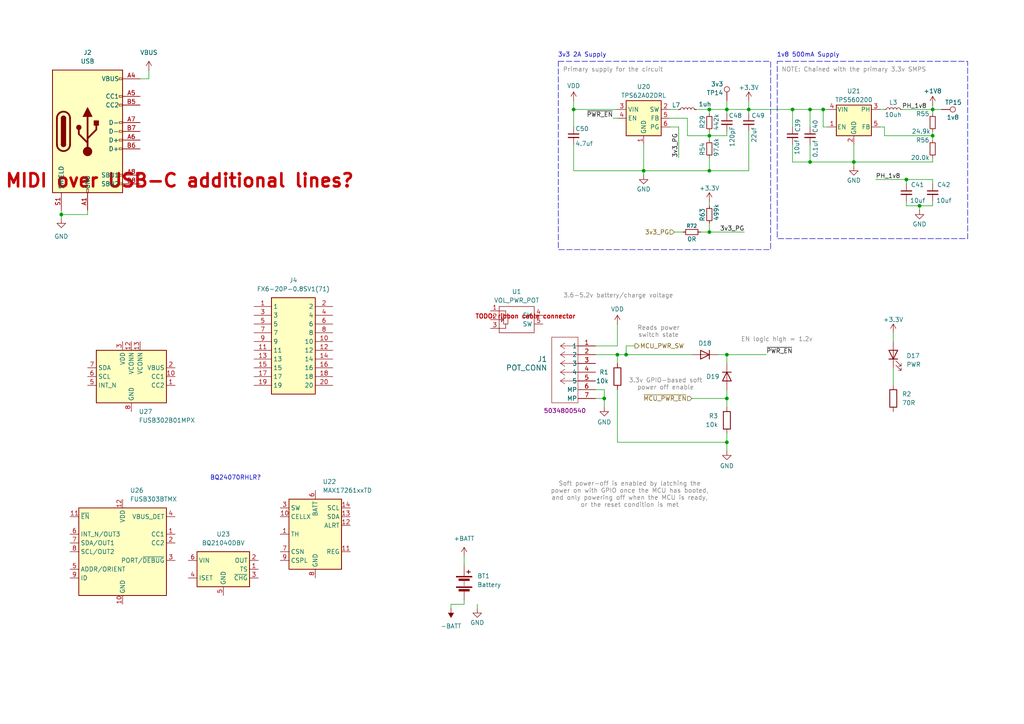
<source format=kicad_sch>
(kicad_sch (version 20250114) (generator "eeschema") (generator_version "9.0")
  (paper "A4")
  (lib_symbols
    (symbol "Battery_Management:BQ21040DBV"
      (property "Reference" "U" (at -7.62 6.35 0))
      (property "Value" "BQ21040DBV" (at 1.27 6.35 0))
      (symbol "BQ21040DBV_0_1"
        (rectangle (start -7.62 5.08) (end 7.62 -5.08) (stroke (width 0.254)) (fill (type background)))
      )
      (symbol "BQ21040DBV_1_1"
        (pin power_in line (at -10.16 2.54 0) (length 2.54) (name "VIN") (number "6"))
        (pin input line (at -10.16 -2.54 0) (length 2.54) (name "ISET") (number "4"))
        (pin power_in line (at 0 -7.62 90) (length 2.54) (name "GND") (number "5"))
        (pin power_out line (at 10.16 2.54 180) (length 2.54) (name "OUT") (number "2"))
        (pin input line (at 10.16 0 180) (length 2.54) (name "TS") (number "1"))
        (pin open_collector line (at 10.16 -2.54 180) (length 2.54) (name "~{CHG}") (number "3"))
      )
    )
    (symbol "Battery_Management:MAX17261xxTD"
      (property "Reference" "U" (at -6.985 11.43 0))
      (property "Value" "MAX17261xxTD" (at 8.255 11.43 0))
      (symbol "MAX17261xxTD_0_1"
        (rectangle (start -7.62 10.16) (end 7.62 -10.16) (stroke (width 0.254)) (fill (type background)))
      )
      (symbol "MAX17261xxTD_1_1"
        (pin output line (at -10.16 7.62 0) (length 2.54) (name "SW") (number "3"))
        (pin input line (at -10.16 5.08 0) (length 2.54) (name "CELLX") (number "10"))
        (pin passive line (at -10.16 0 0) (length 2.54) (name "TH") (number "1"))
        (pin passive line (at -10.16 -5.08 0) (length 2.54) (name "CSN") (number "7"))
        (pin passive line (at -10.16 -7.62 0) (length 2.54) (name "CSPL") (number "9"))
        (pin no_connect line (at -2.54 -10.16 90) (length 2.54) (hide yes) (name "NC") (number "4"))
        (pin power_in line (at 0 12.7 270) (length 2.54) (name "BATT") (number "6"))
        (pin passive line (at 0 -12.7 90) (length 2.54) (hide yes) (name "GND") (number "15"))
        (pin power_in line (at 0 -12.7 90) (length 2.54) (name "GND") (number "8"))
        (pin no_connect line (at 2.54 -10.16 90) (length 2.54) (hide yes) (name "NC") (number "2"))
        (pin no_connect line (at 5.08 -10.16 90) (length 2.54) (hide yes) (name "NC") (number "5"))
        (pin input line (at 10.16 7.62 180) (length 2.54) (name "SCL") (number "14"))
        (pin bidirectional line (at 10.16 5.08 180) (length 2.54) (name "SDA") (number "13"))
        (pin open_collector line (at 10.16 2.54 180) (length 2.54) (name "ALRT") (number "12"))
        (pin power_out line (at 10.16 -5.08 180) (length 2.54) (name "REG") (number "11"))
      )
    )
    (symbol "Connector:TestPoint" (pin_numbers (hide yes)) (pin_names (offset 0.762) (hide yes))
      (property "Reference" "TP" (at 0 6.858 0))
      (property "Value" "TestPoint" (at 0 5.08 0))
      (symbol "TestPoint_0_1"
        (circle (center 0 3.302) (radius 0.762))
      )
      (symbol "TestPoint_1_1"
        (pin passive line (at 0 0 90) (length 2.54) (name "1") (number "1"))
      )
    )
    (symbol "Connector:USB_C_Receptacle_USB2.0_16P" (pin_names (offset 1.016))
      (property "Reference" "J" (at 0 22.225 0))
      (property "Value" "USB_C_Receptacle_USB2.0_16P" (at 0 19.685 0))
      (symbol "USB_C_Receptacle_USB2.0_16P_0_0"
        (rectangle (start -0.254 -17.78) (end 0.254 -16.764))
        (rectangle (start 10.16 15.494) (end 9.144 14.986))
        (rectangle (start 10.16 10.414) (end 9.144 9.906))
        (rectangle (start 10.16 7.874) (end 9.144 7.366))
        (rectangle (start 10.16 2.794) (end 9.144 2.286))
        (rectangle (start 10.16 0.254) (end 9.144 -0.254))
        (rectangle (start 10.16 -2.286) (end 9.144 -2.794))
        (rectangle (start 10.16 -4.826) (end 9.144 -5.334))
        (rectangle (start 10.16 -12.446) (end 9.144 -12.954))
        (rectangle (start 10.16 -14.986) (end 9.144 -15.494))
      )
      (symbol "USB_C_Receptacle_USB2.0_16P_0_1"
        (rectangle (start -10.16 17.78) (end 10.16 -17.78) (stroke (width 0.254)) (fill (type background)))
        (polyline (pts (xy -8.89 -3.81) (xy -8.89 3.81)) (stroke (width 0.508)))
        (rectangle (start -7.62 -3.81) (end -6.35 3.81) (stroke (width 0.254)) (fill (type outline)))
        (arc (start -7.62 3.81) (mid -6.985 4.4423) (end -6.35 3.81) (stroke (width 0.254)))
        (arc (start -7.62 3.81) (mid -6.985 4.4423) (end -6.35 3.81) (stroke (width 0.254)) (fill (type outline)))
        (arc (start -8.89 3.81) (mid -6.985 5.7067) (end -5.08 3.81) (stroke (width 0.508)))
        (arc (start -5.08 -3.81) (mid -6.985 -5.7067) (end -8.89 -3.81) (stroke (width 0.508)))
        (arc (start -6.35 -3.81) (mid -6.985 -4.4423) (end -7.62 -3.81) (stroke (width 0.254)))
        (arc (start -6.35 -3.81) (mid -6.985 -4.4423) (end -7.62 -3.81) (stroke (width 0.254)) (fill (type outline)))
        (polyline (pts (xy -5.08 3.81) (xy -5.08 -3.81)) (stroke (width 0.508)))
        (circle (center -2.54 1.143) (radius 0.635) (stroke (width 0.254)) (fill (type outline)))
        (polyline (pts (xy -1.27 4.318) (xy 0 6.858) (xy 1.27 4.318) (xy -1.27 4.318)) (stroke (width 0.254)) (fill (type outline)))
        (polyline (pts (xy 0 -2.032) (xy 2.54 0.508) (xy 2.54 1.778)) (stroke (width 0.508)))
        (polyline (pts (xy 0 -3.302) (xy -2.54 -0.762) (xy -2.54 0.508)) (stroke (width 0.508)))
        (polyline (pts (xy 0 -5.842) (xy 0 4.318)) (stroke (width 0.508)))
        (circle (center 0 -5.842) (radius 1.27) (fill (type outline)))
        (rectangle (start 1.905 1.778) (end 3.175 3.048) (stroke (width 0.254)) (fill (type outline)))
      )
      (symbol "USB_C_Receptacle_USB2.0_16P_1_1"
        (pin passive line (at -7.62 -22.86 90) (length 5.08) (name "SHIELD") (number "S1"))
        (pin passive line (at 0 -22.86 90) (length 5.08) (name "GND") (number "A1"))
        (pin passive line (at 0 -22.86 90) (length 5.08) (hide yes) (name "GND") (number "A12"))
        (pin passive line (at 0 -22.86 90) (length 5.08) (hide yes) (name "GND") (number "B1"))
        (pin passive line (at 0 -22.86 90) (length 5.08) (hide yes) (name "GND") (number "B12"))
        (pin passive line (at 15.24 15.24 180) (length 5.08) (name "VBUS") (number "A4"))
        (pin passive line (at 15.24 15.24 180) (length 5.08) (hide yes) (name "VBUS") (number "A9"))
        (pin passive line (at 15.24 15.24 180) (length 5.08) (hide yes) (name "VBUS") (number "B4"))
        (pin passive line (at 15.24 15.24 180) (length 5.08) (hide yes) (name "VBUS") (number "B9"))
        (pin bidirectional line (at 15.24 10.16 180) (length 5.08) (name "CC1") (number "A5"))
        (pin bidirectional line (at 15.24 7.62 180) (length 5.08) (name "CC2") (number "B5"))
        (pin bidirectional line (at 15.24 2.54 180) (length 5.08) (name "D-") (number "A7"))
        (pin bidirectional line (at 15.24 0 180) (length 5.08) (name "D-") (number "B7"))
        (pin bidirectional line (at 15.24 -2.54 180) (length 5.08) (name "D+") (number "A6"))
        (pin bidirectional line (at 15.24 -5.08 180) (length 5.08) (name "D+") (number "B6"))
        (pin bidirectional line (at 15.24 -12.7 180) (length 5.08) (name "SBU1") (number "A8"))
        (pin bidirectional line (at 15.24 -15.24 180) (length 5.08) (name "SBU2") (number "B8"))
      )
    )
    (symbol "Device:Battery" (pin_numbers (hide yes)) (pin_names (offset 0) (hide yes))
      (property "Reference" "BT" (at 2.54 2.54 0))
      (property "Value" "Battery" (at 2.54 0 0))
      (symbol "Battery_0_1"
        (rectangle (start -2.286 1.778) (end 2.286 1.524) (fill (type outline)))
        (rectangle (start -2.286 -1.27) (end 2.286 -1.524) (fill (type outline)))
        (rectangle (start -1.524 1.016) (end 1.524 0.508) (fill (type outline)))
        (rectangle (start -1.524 -2.032) (end 1.524 -2.54) (fill (type outline)))
        (polyline (pts (xy 0 1.778) (xy 0 2.54)))
        (polyline (pts (xy 0 0) (xy 0 0.254)))
        (polyline (pts (xy 0 -0.508) (xy 0 -0.254)))
        (polyline (pts (xy 0 -1.016) (xy 0 -0.762)))
        (polyline (pts (xy 0.762 3.048) (xy 1.778 3.048)) (stroke (width 0.254)))
        (polyline (pts (xy 1.27 3.556) (xy 1.27 2.54)) (stroke (width 0.254)))
      )
      (symbol "Battery_1_1"
        (pin passive line (at 0 5.08 270) (length 2.54) (name "+") (number "1"))
        (pin passive line (at 0 -5.08 90) (length 2.54) (name "-") (number "2"))
      )
    )
    (symbol "Device:C_Small" (pin_numbers (hide yes)) (pin_names (offset 0.254) (hide yes))
      (property "Reference" "C" (at 0.254 1.778 0))
      (property "Value" "C_Small" (at 0.254 -2.032 0))
      (symbol "C_Small_0_1"
        (polyline (pts (xy -1.524 0.508) (xy 1.524 0.508)) (stroke (width 0.3048)))
        (polyline (pts (xy -1.524 -0.508) (xy 1.524 -0.508)) (stroke (width 0.3302)))
      )
      (symbol "C_Small_1_1"
        (pin passive line (at 0 2.54 270) (length 2.032) (name "~") (number "1"))
        (pin passive line (at 0 -2.54 90) (length 2.032) (name "~") (number "2"))
      )
    )
    (symbol "Device:D" (pin_numbers (hide yes)) (pin_names (offset 1.016) (hide yes))
      (property "Reference" "D" (at 0 2.54 0))
      (property "Value" "D" (at 0 -2.54 0))
      (symbol "D_0_1"
        (polyline (pts (xy -1.27 1.27) (xy -1.27 -1.27)) (stroke (width 0.254)))
        (polyline (pts (xy 1.27 1.27) (xy 1.27 -1.27) (xy -1.27 0) (xy 1.27 1.27)) (stroke (width 0.254)))
        (polyline (pts (xy 1.27 0) (xy -1.27 0)))
      )
      (symbol "D_1_1"
        (pin passive line (at -3.81 0 0) (length 2.54) (name "K") (number "1"))
        (pin passive line (at 3.81 0 180) (length 2.54) (name "A") (number "2"))
      )
    )
    (symbol "Device:LED" (pin_numbers (hide yes)) (pin_names (offset 1.016) (hide yes))
      (property "Reference" "D" (at 0 2.54 0))
      (property "Value" "LED" (at 0 -2.54 0))
      (symbol "LED_0_1"
        (polyline (pts (xy -3.048 -0.762) (xy -4.572 -2.286) (xy -3.81 -2.286) (xy -4.572 -2.286) (xy -4.572 -1.524)))
        (polyline (pts (xy -1.778 -0.762) (xy -3.302 -2.286) (xy -2.54 -2.286) (xy -3.302 -2.286) (xy -3.302 -1.524)))
        (polyline (pts (xy -1.27 0) (xy 1.27 0)))
        (polyline (pts (xy -1.27 -1.27) (xy -1.27 1.27)) (stroke (width 0.254)))
        (polyline (pts (xy 1.27 -1.27) (xy 1.27 1.27) (xy -1.27 0) (xy 1.27 -1.27)) (stroke (width 0.254)))
      )
      (symbol "LED_1_1"
        (pin passive line (at -3.81 0 0) (length 2.54) (name "K") (number "1"))
        (pin passive line (at 3.81 0 180) (length 2.54) (name "A") (number "2"))
      )
    )
    (symbol "Device:L_Small" (pin_numbers (hide yes)) (pin_names (offset 0.254) (hide yes))
      (property "Reference" "L" (at 0.762 1.016 0))
      (property "Value" "L_Small" (at 0.762 -1.016 0))
      (symbol "L_Small_0_1"
        (arc (start 0 2.032) (mid 0.5058 1.524) (end 0 1.016))
        (arc (start 0 1.016) (mid 0.5058 0.508) (end 0 0))
        (arc (start 0 0) (mid 0.5058 -0.508) (end 0 -1.016))
        (arc (start 0 -1.016) (mid 0.5058 -1.524) (end 0 -2.032))
      )
      (symbol "L_Small_1_1"
        (pin passive line (at 0 2.54 270) (length 0.508) (name "~") (number "1"))
        (pin passive line (at 0 -2.54 90) (length 0.508) (name "~") (number "2"))
      )
    )
    (symbol "Device:R" (pin_numbers (hide yes)) (pin_names (offset 0))
      (property "Reference" "R" (at 2.032 0 90))
      (property "Value" "R" (at 0 0 90))
      (symbol "R_0_1"
        (rectangle (start -1.016 -2.54) (end 1.016 2.54) (stroke (width 0.254)))
      )
      (symbol "R_1_1"
        (pin passive line (at 0 3.81 270) (length 1.27) (name "~") (number "1"))
        (pin passive line (at 0 -3.81 90) (length 1.27) (name "~") (number "2"))
      )
    )
    (symbol "Device:R_Small" (pin_numbers (hide yes)) (pin_names (offset 0.254) (hide yes))
      (property "Reference" "R" (at 0 0 90))
      (property "Value" "R_Small" (at 1.778 0 90))
      (symbol "R_Small_0_1"
        (rectangle (start -0.762 1.778) (end 0.762 -1.778) (stroke (width 0.2032)))
      )
      (symbol "R_Small_1_1"
        (pin passive line (at 0 2.54 270) (length 0.762) (name "~") (number "1"))
        (pin passive line (at 0 -2.54 90) (length 0.762) (name "~") (number "2"))
      )
    )
    (symbol "Interface_USB:FUSB302B01MPX"
      (property "Reference" "U" (at -10.16 8.89 0))
      (property "Value" "FUSB302B01MPX" (at 3.81 8.89 0))
      (symbol "FUSB302B01MPX_0_1"
        (rectangle (start -10.16 7.62) (end 10.16 -7.62) (stroke (width 0.254)) (fill (type background)))
      )
      (symbol "FUSB302B01MPX_1_1"
        (pin bidirectional line (at -12.7 2.54 0) (length 2.54) (name "SDA") (number "7"))
        (pin input line (at -12.7 0 0) (length 2.54) (name "SCL") (number "6"))
        (pin open_collector line (at -12.7 -2.54 0) (length 2.54) (name "INT_N") (number "5"))
        (pin power_in line (at -2.54 10.16 270) (length 2.54) (name "VDD") (number "3"))
        (pin passive line (at -2.54 10.16 270) (length 2.54) (hide yes) (name "VDD") (number "4"))
        (pin power_in line (at 0 10.16 270) (length 2.54) (name "VCONN") (number "12"))
        (pin passive line (at 0 -10.16 90) (length 2.54) (hide yes) (name "GND") (number "15"))
        (pin power_in line (at 0 -10.16 90) (length 2.54) (name "GND") (number "8"))
        (pin passive line (at 0 -10.16 90) (length 2.54) (hide yes) (name "GND") (number "9"))
        (pin power_in line (at 2.54 10.16 270) (length 2.54) (name "VCONN") (number "13"))
        (pin input line (at 12.7 2.54 180) (length 2.54) (name "VBUS") (number "2"))
        (pin bidirectional line (at 12.7 0 180) (length 2.54) (name "CC1") (number "10"))
        (pin bidirectional line (at 12.7 0 180) (length 2.54) (hide yes) (name "CC1") (number "11"))
        (pin bidirectional line (at 12.7 -2.54 180) (length 2.54) (name "CC2") (number "1"))
        (pin bidirectional line (at 12.7 -2.54 180) (length 2.54) (hide yes) (name "CC2") (number "14"))
      )
    )
    (symbol "Interface_USB:FUSB303BTMX"
      (property "Reference" "U" (at -11.43 13.97 0))
      (property "Value" "FUSB303BTMX" (at 7.62 -13.97 0))
      (symbol "FUSB303BTMX_0_1"
        (rectangle (start -12.7 12.7) (end 12.7 -12.7) (stroke (width 0.254)) (fill (type background)))
      )
      (symbol "FUSB303BTMX_1_1"
        (pin input line (at -15.24 10.16 0) (length 2.54) (name "~{EN}") (number "11"))
        (pin open_collector line (at -15.24 5.08 0) (length 2.54) (name "INT_N/OUT3") (number "6"))
        (pin bidirectional line (at -15.24 2.54 0) (length 2.54) (name "SDA/OUT1") (number "7"))
        (pin bidirectional line (at -15.24 0 0) (length 2.54) (name "SCL/OUT2") (number "8"))
        (pin bidirectional line (at -15.24 -5.08 0) (length 2.54) (name "ADDR/ORIENT") (number "5"))
        (pin open_collector line (at -15.24 -7.62 0) (length 2.54) (name "ID") (number "9"))
        (pin power_in line (at 0 15.24 270) (length 2.54) (name "VDD") (number "12"))
        (pin power_in line (at 0 -15.24 90) (length 2.54) (name "GND") (number "10"))
        (pin input line (at 15.24 10.16 180) (length 2.54) (name "VBUS_DET") (number "4"))
        (pin bidirectional line (at 15.24 5.08 180) (length 2.54) (name "CC1") (number "1"))
        (pin bidirectional line (at 15.24 2.54 180) (length 2.54) (name "CC2") (number "2"))
        (pin bidirectional line (at 15.24 -2.54 180) (length 2.54) (name "PORT/~{DEBUG}") (number "3"))
      )
    )
    (symbol "Regulator_Switching:TPS560200" (pin_names (offset 0.254))
      (property "Reference" "U" (at -5.08 5.08 0))
      (property "Value" "TPS560200" (at 0 5.08 0))
      (symbol "TPS560200_0_1"
        (rectangle (start -5.08 3.81) (end 5.08 -5.08) (stroke (width 0.254)) (fill (type background)))
      )
      (symbol "TPS560200_1_1"
        (pin power_in line (at -7.62 2.54 0) (length 2.54) (name "VIN") (number "4"))
        (pin input line (at -7.62 -2.54 0) (length 2.54) (name "EN") (number "1"))
        (pin power_in line (at 0 -7.62 90) (length 2.54) (name "GND") (number "2"))
        (pin power_out line (at 7.62 2.54 180) (length 2.54) (name "PH") (number "3"))
        (pin input line (at 7.62 -2.54 180) (length 2.54) (name "FB") (number "5"))
      )
    )
    (symbol "Regulator_Switching:TPS62A02DRL"
      (property "Reference" "U" (at -5.08 6.35 0))
      (property "Value" "TPS62A02DRL" (at 0 6.35 0))
      (symbol "TPS62A02DRL_0_1"
        (rectangle (start -5.08 5.08) (end 5.08 -5.08) (stroke (width 0.254)) (fill (type background)))
      )
      (symbol "TPS62A02DRL_1_1"
        (pin power_in line (at -7.62 2.54 0) (length 2.54) (name "VIN") (number "3"))
        (pin input line (at -7.62 0 0) (length 2.54) (name "EN") (number "4"))
        (pin power_in line (at 0 -7.62 90) (length 2.54) (name "GND") (number "1"))
        (pin power_out line (at 7.62 2.54 180) (length 2.54) (name "SW") (number "2"))
        (pin input line (at 7.62 0 180) (length 2.54) (name "FB") (number "5"))
        (pin open_collector line (at 7.62 -2.54 180) (length 2.54) (name "PG") (number "6"))
      )
    )
    (symbol "pocket_synth:5034800540" (pin_names (offset 0.254))
      (property "Reference" "J" (at 0 11.43 0))
      (property "Value" "5034800540" (at -8.89 5.08 0))
      (symbol "5034800540_1_1"
        (polyline (pts (xy -3.81 7.62) (xy -3.81 -11.43)) (stroke (width 0.127)))
        (polyline (pts (xy -3.81 -11.43) (xy 3.81 -11.43)) (stroke (width 0.127)))
        (polyline (pts (xy 1.27 5.08) (xy -3.81 5.08)) (stroke (width 0.127)))
        (polyline (pts (xy 1.27 5.08) (xy 0 5.9267)) (stroke (width 0.127)))
        (polyline (pts (xy 1.27 5.08) (xy 0 4.2333)) (stroke (width 0.127)))
        (polyline (pts (xy 1.27 2.54) (xy -3.81 2.54)) (stroke (width 0.127)))
        (polyline (pts (xy 1.27 2.54) (xy 0 3.3867)) (stroke (width 0.127)))
        (polyline (pts (xy 1.27 2.54) (xy 0 1.6933)) (stroke (width 0.127)))
        (polyline (pts (xy 1.27 0) (xy -3.81 0)) (stroke (width 0.127)))
        (polyline (pts (xy 1.27 0) (xy 0 0.8467)) (stroke (width 0.127)))
        (polyline (pts (xy 1.27 0) (xy 0 -0.8467)) (stroke (width 0.127)))
        (polyline (pts (xy 1.27 -2.54) (xy -3.81 -2.54)) (stroke (width 0.127)))
        (polyline (pts (xy 1.27 -2.54) (xy 0 -1.6933)) (stroke (width 0.127)))
        (polyline (pts (xy 1.27 -2.54) (xy 0 -3.3867)) (stroke (width 0.127)))
        (polyline (pts (xy 1.27 -5.08) (xy -3.81 -5.08)) (stroke (width 0.127)))
        (polyline (pts (xy 1.27 -5.08) (xy 0 -4.2333)) (stroke (width 0.127)))
        (polyline (pts (xy 1.27 -5.08) (xy 0 -5.9267)) (stroke (width 0.127)))
        (polyline (pts (xy 3.81 7.62) (xy -3.81 7.62)) (stroke (width 0.127)))
        (polyline (pts (xy 3.81 -11.43) (xy 3.81 7.62)) (stroke (width 0.127)))
        (pin unspecified line (at -8.89 5.08 0) (length 5.08) (name "1") (number "1"))
        (pin unspecified line (at -8.89 2.54 0) (length 5.08) (name "2") (number "2"))
        (pin unspecified line (at -8.89 0 0) (length 5.08) (name "3") (number "3"))
        (pin unspecified line (at -8.89 -2.54 0) (length 5.08) (name "4") (number "4"))
        (pin unspecified line (at -8.89 -5.08 0) (length 5.08) (name "5") (number "5"))
        (pin unspecified line (at -8.89 -7.62 0) (length 5.08) (name "MP") (number "6"))
        (pin unspecified line (at -8.89 -10.16 0) (length 5.08) (name "MP") (number "7"))
      )
      (symbol "5034800540_1_2"
        (polyline (pts (xy 5.08 2.54) (xy 5.08 -12.7)) (stroke (width 0.127)))
        (polyline (pts (xy 5.08 -12.7) (xy 12.7 -12.7)) (stroke (width 0.127)))
        (polyline (pts (xy 7.62 0) (xy 5.08 0)) (stroke (width 0.127)))
        (polyline (pts (xy 7.62 0) (xy 8.89 0.8467)) (stroke (width 0.127)))
        (polyline (pts (xy 7.62 0) (xy 8.89 -0.8467)) (stroke (width 0.127)))
        (polyline (pts (xy 7.62 -2.54) (xy 5.08 -2.54)) (stroke (width 0.127)))
        (polyline (pts (xy 7.62 -2.54) (xy 8.89 -1.6933)) (stroke (width 0.127)))
        (polyline (pts (xy 7.62 -2.54) (xy 8.89 -3.3867)) (stroke (width 0.127)))
        (polyline (pts (xy 7.62 -5.08) (xy 5.08 -5.08)) (stroke (width 0.127)))
        (polyline (pts (xy 7.62 -5.08) (xy 8.89 -4.2333)) (stroke (width 0.127)))
        (polyline (pts (xy 7.62 -5.08) (xy 8.89 -5.9267)) (stroke (width 0.127)))
        (polyline (pts (xy 7.62 -7.62) (xy 5.08 -7.62)) (stroke (width 0.127)))
        (polyline (pts (xy 7.62 -7.62) (xy 8.89 -6.7733)) (stroke (width 0.127)))
        (polyline (pts (xy 7.62 -7.62) (xy 8.89 -8.4667)) (stroke (width 0.127)))
        (polyline (pts (xy 7.62 -10.16) (xy 5.08 -10.16)) (stroke (width 0.127)))
        (polyline (pts (xy 7.62 -10.16) (xy 8.89 -9.3133)) (stroke (width 0.127)))
        (polyline (pts (xy 7.62 -10.16) (xy 8.89 -11.0067)) (stroke (width 0.127)))
        (polyline (pts (xy 12.7 2.54) (xy 5.08 2.54)) (stroke (width 0.127)))
        (polyline (pts (xy 12.7 -12.7) (xy 12.7 2.54)) (stroke (width 0.127)))
        (pin unspecified line (at 0 0 0) (length 5.08) (name "1") (number "1"))
        (pin unspecified line (at 0 -2.54 0) (length 5.08) (name "2") (number "2"))
        (pin unspecified line (at 0 -5.08 0) (length 5.08) (name "3") (number "3"))
        (pin unspecified line (at 0 -7.62 0) (length 5.08) (name "4") (number "4"))
        (pin unspecified line (at 0 -10.16 0) (length 5.08) (name "5") (number "5"))
      )
    )
    (symbol "pocket_synth:FX6-20P-0.8SV1(71)"
      (property "Reference" "J" (at 7.62 19.05 0))
      (property "Value" "FX6-20P-0.8SV1(71)" (at 7.62 16.51 0))
      (symbol "FX6-20P-0.8SV1(71)_1_1"
        (rectangle (start -6.35 13.97) (end 6.35 -13.97) (stroke (width 0.254)) (fill (type background)))
        (pin passive line (at -11.43 11.43 0) (length 5.08) (name "1") (number "1"))
        (pin passive line (at -11.43 8.89 0) (length 5.08) (name "3") (number "3"))
        (pin passive line (at -11.43 6.35 0) (length 5.08) (name "5") (number "5"))
        (pin passive line (at -11.43 3.81 0) (length 5.08) (name "7") (number "7"))
        (pin passive line (at -11.43 1.27 0) (length 5.08) (name "9") (number "9"))
        (pin passive line (at -11.43 -1.27 0) (length 5.08) (name "11") (number "11"))
        (pin passive line (at -11.43 -3.81 0) (length 5.08) (name "13") (number "13"))
        (pin passive line (at -11.43 -6.35 0) (length 5.08) (name "15") (number "15"))
        (pin passive line (at -11.43 -8.89 0) (length 5.08) (name "17") (number "17"))
        (pin passive line (at -11.43 -11.43 0) (length 5.08) (name "19") (number "19"))
        (pin passive line (at 11.43 11.43 180) (length 5.08) (name "2") (number "2"))
        (pin passive line (at 11.43 8.89 180) (length 5.08) (name "4") (number "4"))
        (pin passive line (at 11.43 6.35 180) (length 5.08) (name "6") (number "6"))
        (pin passive line (at 11.43 3.81 180) (length 5.08) (name "8") (number "8"))
        (pin passive line (at 11.43 1.27 180) (length 5.08) (name "10") (number "10"))
        (pin passive line (at 11.43 -1.27 180) (length 5.08) (name "12") (number "12"))
        (pin passive line (at 11.43 -3.81 180) (length 5.08) (name "14") (number "14"))
        (pin passive line (at 11.43 -6.35 180) (length 5.08) (name "16") (number "16"))
        (pin passive line (at 11.43 -8.89 180) (length 5.08) (name "18") (number "18"))
        (pin passive line (at 11.43 -11.43 180) (length 5.08) (name "20") (number "20"))
      )
    )
    (symbol "pocket_synth:PTR901-2015K-B103"
      (property "Reference" "U" (at 0 0 0))
      (symbol "PTR901-2015K-B103_0_1"
        (rectangle (start -5.08 3.81) (end 5.08 -3.81))
        (polyline (pts (xy 3.175 1.27) (xy 3.175 2.54) (xy 5.08 2.54)))
        (polyline (pts (xy 3.175 -1.27) (xy 3.175 -2.54) (xy 5.08 -2.54)))
        (rectangle (start 3.81 1.27) (end 2.54 -1.27))
        (polyline (pts (xy 3.81 0) (xy 5.08 0)))
        (polyline (pts (xy 3.81 0) (xy 4.445 -0.635) (xy 4.445 0.635) (xy 3.81 0)))
      )
      (symbol "PTR901-2015K-B103_1_1"
        (pin input line (at -7.62 1.27 0) (length 2.54) (name "SW") (number "4"))
        (pin input line (at -7.62 -1.27 0) (length 2.54) (name "SW") (number "5"))
        (pin input line (at 7.62 2.54 180) (length 2.54) (name "") (number "1"))
        (pin input line (at 7.62 0 180) (length 2.54) (name "") (number "2"))
        (pin input line (at 7.62 -2.54 180) (length 2.54) (name "") (number "3"))
      )
    )
    (symbol "power:+1V8" (power) (pin_numbers (hide yes)) (pin_names (offset 0) (hide yes))
      (property "Value" "+1V8" (at 0 3.556 0))
      (symbol "+1V8_0_1"
        (polyline (pts (xy -0.762 1.27) (xy 0 2.54)))
        (polyline (pts (xy 0 2.54) (xy 0.762 1.27)))
        (polyline (pts (xy 0 0) (xy 0 2.54)))
      )
      (symbol "+1V8_1_1"
        (pin power_in line (at 0 0 90) (length 0) (name "~") (number "1"))
      )
    )
    (symbol "power:+3.3V" (power) (pin_numbers (hide yes)) (pin_names (offset 0) (hide yes))
      (property "Value" "+3.3V" (at 0 3.556 0))
      (symbol "+3.3V_0_1"
        (polyline (pts (xy -0.762 1.27) (xy 0 2.54)))
        (polyline (pts (xy 0 2.54) (xy 0.762 1.27)))
        (polyline (pts (xy 0 0) (xy 0 2.54)))
      )
      (symbol "+3.3V_1_1"
        (pin power_in line (at 0 0 90) (length 0) (name "~") (number "1"))
      )
    )
    (symbol "power:+BATT" (power) (pin_numbers (hide yes)) (pin_names (offset 0) (hide yes))
      (property "Value" "+BATT" (at 0 3.556 0))
      (symbol "+BATT_0_1"
        (polyline (pts (xy -0.762 1.27) (xy 0 2.54)))
        (polyline (pts (xy 0 2.54) (xy 0.762 1.27)))
        (polyline (pts (xy 0 0) (xy 0 2.54)))
      )
      (symbol "+BATT_1_1"
        (pin power_in line (at 0 0 90) (length 0) (name "~") (number "1"))
      )
    )
    (symbol "power:-BATT" (power) (pin_numbers (hide yes)) (pin_names (offset 0) (hide yes))
      (property "Value" "-BATT" (at 0 3.556 0))
      (symbol "-BATT_0_1"
        (polyline (pts (xy 0 0) (xy 0 2.54)))
        (polyline (pts (xy 0.762 1.27) (xy -0.762 1.27) (xy 0 2.54) (xy 0.762 1.27)) (fill (type outline)))
      )
      (symbol "-BATT_1_1"
        (pin power_in line (at 0 0 90) (length 0) (name "~") (number "1"))
      )
    )
    (symbol "power:GND" (power) (pin_numbers (hide yes)) (pin_names (offset 0) (hide yes))
      (property "Value" "GND" (at 0 -3.81 0))
      (symbol "GND_0_1"
        (polyline (pts (xy 0 0) (xy 0 -1.27) (xy 1.27 -1.27) (xy 0 -2.54) (xy -1.27 -1.27) (xy 0 -1.27)))
      )
      (symbol "GND_1_1"
        (pin power_in line (at 0 0 270) (length 0) (name "~") (number "1"))
      )
    )
    (symbol "power:VBUS" (power) (pin_numbers (hide yes)) (pin_names (offset 0) (hide yes))
      (property "Value" "VBUS" (at 0 3.556 0))
      (symbol "VBUS_0_1"
        (polyline (pts (xy -0.762 1.27) (xy 0 2.54)))
        (polyline (pts (xy 0 2.54) (xy 0.762 1.27)))
        (polyline (pts (xy 0 0) (xy 0 2.54)))
      )
      (symbol "VBUS_1_1"
        (pin power_in line (at 0 0 90) (length 0) (name "~") (number "1"))
      )
    )
    (symbol "power:VDD" (power) (pin_numbers (hide yes)) (pin_names (offset 0) (hide yes))
      (property "Value" "VDD" (at 0 3.556 0))
      (symbol "VDD_0_1"
        (polyline (pts (xy -0.762 1.27) (xy 0 2.54)))
        (polyline (pts (xy 0 2.54) (xy 0.762 1.27)))
        (polyline (pts (xy 0 0) (xy 0 2.54)))
      )
      (symbol "VDD_1_1"
        (pin power_in line (at 0 0 90) (length 0) (name "~") (number "1"))
      )
    )
  )
  (rectangle (start 225.425 17.78) (end 280.67 69.215) (stroke (width 0) (type dash)))
  (rectangle (start 161.925 17.78) (end 223.52 72.39) (stroke (width 0) (type dash)))
  (text "Primary supply for the circuit" (at 177.8 20.32 0) (effects (font (size 1.27 1.27))))
  (text "TODO: MIDI over USB-C additional lines?" (at 42.418 52.578 0) (effects (font (size 3.81 3.81) (thickness 0.762) (bold yes))))
  (text "3.6-5.2v battery/charge voltage" (at 179.324 85.852 0) (effects (font (size 1.27 1.27))))
  (text "3.3v GPIO-based soft\npower off enable" (at 193.04 111.506 0) (effects (font (size 1.27 1.27))))
  (text "TODO: ribbon cable connector" (at 152.4 91.948 0) (effects (font (size 1.27 1.27) (thickness 0.254) (bold yes))))
  (text "Reads power\nswitch state" (at 191.008 96.266 0) (effects (font (size 1.27 1.27))))
  (text "EN logic high = 1.2v " (at 225.806 98.552 0) (effects (font (size 1.27 1.27))))
  (text "1v8 500mA Supply" (at 225.298 16.002 0) (effects (font (size 1.27 1.27)) (justify left)))
  (text "BQ24070RHLR?" (at 68.326 138.684 0) (effects (font (size 1.27 1.27))))
  (text "3v3 2A Supply" (at 161.798 16.002 0) (effects (font (size 1.27 1.27)) (justify left)))
  (text "NOTE: Chained with the primary 3.3v SMPS" (at 247.65 20.32 0) (effects (font (size 1.27 1.27))))
  (text "Soft power-off is enabled by latching the\npower on with GPIO once the MCU has booted,\nand only powering off when the MCU is ready,\nor the reset condition is met" (at 182.626 143.51 0) (effects (font (size 1.27 1.27))))
  (junction (at 179.07 102.87))
  (junction (at 210.82 31.75))
  (junction (at 210.82 128.27))
  (junction (at 166.37 31.75))
  (junction (at 205.74 67.31))
  (junction (at 181.61 102.87))
  (junction (at 238.76 31.75))
  (junction (at 247.65 46.99))
  (junction (at 205.74 49.53))
  (junction (at 17.78 62.23))
  (junction (at 270.51 39.37))
  (junction (at 205.74 39.37))
  (junction (at 175.26 115.57))
  (junction (at 266.7 59.69))
  (junction (at 186.69 49.53))
  (junction (at 262.89 52.07))
  (junction (at 234.95 31.75))
  (junction (at 229.87 31.75))
  (junction (at 210.82 102.87))
  (junction (at 205.74 31.75))
  (junction (at 210.82 115.57))
  (junction (at 234.95 46.99))
  (junction (at 217.17 31.75))
  (junction (at 270.51 31.75))
  (wire (pts (xy 229.87 31.75) (xy 234.95 31.75)))
  (wire (pts (xy 210.82 115.57) (xy 210.82 118.11)))
  (wire (pts (xy 205.74 39.37) (xy 205.74 40.64)))
  (wire (pts (xy 172.72 102.87) (xy 179.07 102.87)))
  (wire (pts (xy 240.03 31.75) (xy 238.76 31.75)))
  (wire (pts (xy 130.81 175.26) (xy 130.81 176.53)))
  (wire (pts (xy 259.08 96.52) (xy 259.08 99.06)))
  (wire (pts (xy 138.43 175.26) (xy 138.43 176.53)))
  (wire (pts (xy 270.51 39.37) (xy 256.54 39.37)))
  (wire (pts (xy 229.87 46.99) (xy 229.87 41.91)))
  (wire (pts (xy 210.82 31.75) (xy 217.17 31.75)))
  (wire (pts (xy 270.51 46.99) (xy 247.65 46.99)))
  (wire (pts (xy 210.82 105.41) (xy 210.82 102.87)))
  (wire (pts (xy 217.17 49.53) (xy 205.74 49.53)))
  (wire (pts (xy 270.51 45.72) (xy 270.51 46.99)))
  (wire (pts (xy 43.18 20.32) (xy 43.18 22.86)))
  (wire (pts (xy 270.51 58.42) (xy 270.51 59.69)))
  (wire (pts (xy 17.78 62.23) (xy 25.4 62.23)))
  (wire (pts (xy 186.69 41.91) (xy 186.69 49.53)))
  (wire (pts (xy 40.64 22.86) (xy 43.18 22.86)))
  (wire (pts (xy 240.03 36.83) (xy 238.76 36.83)))
  (wire (pts (xy 172.72 115.57) (xy 175.26 115.57)))
  (wire (pts (xy 175.26 113.03) (xy 175.26 115.57)))
  (wire (pts (xy 166.37 31.75) (xy 166.37 36.83)))
  (wire (pts (xy 194.31 31.75) (xy 196.85 31.75)))
  (wire (pts (xy 229.87 46.99) (xy 234.95 46.99)))
  (wire (pts (xy 238.76 31.75) (xy 234.95 31.75)))
  (wire (pts (xy 179.07 93.98) (xy 179.07 100.33)))
  (wire (pts (xy 256.54 36.83) (xy 255.27 36.83)))
  (wire (pts (xy 217.17 31.75) (xy 217.17 33.02)))
  (wire (pts (xy 217.17 38.1) (xy 217.17 49.53)))
  (wire (pts (xy 25.4 60.96) (xy 25.4 62.23)))
  (wire (pts (xy 184.15 100.33) (xy 181.61 100.33)))
  (wire (pts (xy 205.74 67.31) (xy 215.9 67.31)))
  (wire (pts (xy 270.51 52.07) (xy 262.89 52.07)))
  (wire (pts (xy 166.37 29.21) (xy 166.37 31.75)))
  (wire (pts (xy 262.89 59.69) (xy 266.7 59.69)))
  (wire (pts (xy 205.74 38.1) (xy 205.74 39.37)))
  (wire (pts (xy 179.07 102.87) (xy 179.07 105.41)))
  (wire (pts (xy 17.78 60.96) (xy 17.78 62.23)))
  (wire (pts (xy 229.87 31.75) (xy 229.87 36.83)))
  (wire (pts (xy 195.58 67.31) (xy 198.12 67.31)))
  (wire (pts (xy 254 52.07) (xy 262.89 52.07)))
  (wire (pts (xy 166.37 31.75) (xy 179.07 31.75)))
  (wire (pts (xy 262.89 52.07) (xy 262.89 53.34)))
  (wire (pts (xy 217.17 31.75) (xy 229.87 31.75)))
  (wire (pts (xy 186.69 49.53) (xy 186.69 50.8)))
  (wire (pts (xy 262.89 58.42) (xy 262.89 59.69)))
  (wire (pts (xy 205.74 45.72) (xy 205.74 49.53)))
  (wire (pts (xy 175.26 115.57) (xy 175.26 118.11)))
  (wire (pts (xy 259.08 106.68) (xy 259.08 111.76)))
  (wire (pts (xy 256.54 39.37) (xy 256.54 36.83)))
  (wire (pts (xy 210.82 29.21) (xy 210.82 31.75)))
  (wire (pts (xy 200.66 115.57) (xy 210.82 115.57)))
  (wire (pts (xy 270.51 38.1) (xy 270.51 39.37)))
  (wire (pts (xy 179.07 100.33) (xy 172.72 100.33)))
  (wire (pts (xy 179.07 128.27) (xy 210.82 128.27)))
  (wire (pts (xy 234.95 41.91) (xy 234.95 46.99)))
  (wire (pts (xy 199.39 39.37) (xy 205.74 39.37)))
  (wire (pts (xy 199.39 39.37) (xy 199.39 34.29)))
  (wire (pts (xy 261.62 31.75) (xy 270.51 31.75)))
  (wire (pts (xy 205.74 67.31) (xy 205.74 64.77)))
  (wire (pts (xy 17.78 62.23) (xy 17.78 63.5)))
  (wire (pts (xy 210.82 39.37) (xy 205.74 39.37)))
  (wire (pts (xy 199.39 34.29) (xy 194.31 34.29)))
  (wire (pts (xy 210.82 113.03) (xy 210.82 115.57)))
  (wire (pts (xy 210.82 125.73) (xy 210.82 128.27)))
  (wire (pts (xy 203.2 67.31) (xy 205.74 67.31)))
  (wire (pts (xy 210.82 102.87) (xy 222.25 102.87)))
  (wire (pts (xy 201.93 31.75) (xy 205.74 31.75)))
  (wire (pts (xy 247.65 46.99) (xy 247.65 48.26)))
  (wire (pts (xy 196.85 36.83) (xy 194.31 36.83)))
  (wire (pts (xy 177.8 34.29) (xy 179.07 34.29)))
  (wire (pts (xy 270.51 31.75) (xy 273.05 31.75)))
  (wire (pts (xy 255.27 31.75) (xy 256.54 31.75)))
  (wire (pts (xy 247.65 46.99) (xy 234.95 46.99)))
  (wire (pts (xy 186.69 49.53) (xy 205.74 49.53)))
  (wire (pts (xy 130.81 175.26) (xy 134.62 175.26)))
  (wire (pts (xy 166.37 41.91) (xy 166.37 49.53)))
  (wire (pts (xy 134.62 175.26) (xy 134.62 173.99)))
  (wire (pts (xy 270.51 30.48) (xy 270.51 31.75)))
  (wire (pts (xy 196.85 36.83) (xy 196.85 45.72)))
  (wire (pts (xy 181.61 100.33) (xy 181.61 102.87)))
  (wire (pts (xy 247.65 41.91) (xy 247.65 46.99)))
  (wire (pts (xy 266.7 59.69) (xy 266.7 60.96)))
  (wire (pts (xy 238.76 36.83) (xy 238.76 31.75)))
  (wire (pts (xy 270.51 31.75) (xy 270.51 33.02)))
  (wire (pts (xy 210.82 31.75) (xy 210.82 33.02)))
  (wire (pts (xy 166.37 49.53) (xy 186.69 49.53)))
  (wire (pts (xy 210.82 38.1) (xy 210.82 39.37)))
  (wire (pts (xy 181.61 102.87) (xy 200.66 102.87)))
  (wire (pts (xy 205.74 31.75) (xy 205.74 33.02)))
  (wire (pts (xy 217.17 31.75) (xy 217.17 29.21)))
  (wire (pts (xy 179.07 102.87) (xy 181.61 102.87)))
  (wire (pts (xy 270.51 53.34) (xy 270.51 52.07)))
  (wire (pts (xy 210.82 128.27) (xy 210.82 130.81)))
  (wire (pts (xy 208.28 102.87) (xy 210.82 102.87)))
  (wire (pts (xy 266.7 59.69) (xy 270.51 59.69)))
  (wire (pts (xy 205.74 58.42) (xy 205.74 59.69)))
  (wire (pts (xy 205.74 31.75) (xy 210.82 31.75)))
  (wire (pts (xy 134.62 161.29) (xy 134.62 163.83)))
  (wire (pts (xy 270.51 39.37) (xy 270.51 40.64)))
  (wire (pts (xy 234.95 31.75) (xy 234.95 36.83)))
  (wire (pts (xy 179.07 113.03) (xy 179.07 128.27)))
  (wire (pts (xy 172.72 113.03) (xy 175.26 113.03)))
  (label "~{PWR_EN}" (at 177.8 34.29 180))
  (label "~{PWR_EN}" (at 222.25 102.87 0))
  (label "PH_1v8" (at 261.62 31.75 0))
  (label "3v3_PG" (at 196.85 45.72 90) (effects (font (thickness 0.1588))))
  (label "PH_1v8" (at 254 52.07 0))
  (label "3v3_PG" (at 215.9 67.31 180) (effects (font (thickness 0.1588))))
  (hierarchical_label "~{MCU_PWR_EN}" (shape input) (at 200.66 115.57 180))
  (hierarchical_label "3v3_PG" (shape input) (at 195.58 67.31 180))
  (hierarchical_label "MCU_PWR_SW" (shape output) (at 184.15 100.33 0))
  (symbol (lib_id "power:GND") (at 138.43 176.53 0) (unit 1)
    (property "Reference" "#PWR048" (effects (hide yes)))
    (property "Value" "GND" (at 138.43 180.594 0))
    (property "Description" "Power symbol creates a global label with name \"GND\" , ground" (effects (hide yes)))
  )
  (symbol (lib_id "Device:D") (at 204.47 102.87 180) (unit 1)
    (property "Reference" "D18" (at 204.47 99.568 0))
    (property "Value" "D" (effects (hide yes)))
    (property "Description" "Diode" (effects (hide yes)))
    (property "Sim.Device" "D" (effects (hide yes)))
    (property "Sim.Pins" "1=K 2=A" (effects (hide yes)))
  )
  (symbol (lib_id "power:+3.3V") (at 259.08 96.52 0) (unit 1)
    (property "Reference" "#PWR022" (effects (hide yes)))
    (property "Value" "+3.3V" (at 259.08 92.71 0))
    (property "Description" "Power symbol creates a global label with name \"+3.3V\"" (effects (hide yes)))
  )
  (symbol (lib_id "power:GND") (at 186.69 50.8 0) (unit 1)
    (property "Reference" "#PWR047" (effects (hide yes)))
    (property "Value" "GND" (at 186.69 54.864 0))
    (property "Description" "Power symbol creates a global label with name \"GND\" , ground" (effects (hide yes)))
  )
  (symbol (lib_id "Regulator_Switching:TPS62A02DRL") (at 186.69 34.29 0) (unit 1)
    (property "Reference" "U20" (at 186.69 25.146 0))
    (property "Value" "TPS62A02DRL" (at 186.69 27.686 0))
    (property "Footprint" "Package_TO_SOT_SMD:SOT-563" (effects (hide yes)))
    (property "Datasheet" "https://www.ti.com/lit/gpn/tps62a02" (effects (hide yes)))
    (property "Description" "High Efficiency Synchronous Buck Converter, Adjustable Output 0.6V-5.5V, 2A, Power Good, Enable, SOT-563" (effects (hide yes)))
    (property "JLC" "C5350187" (effects (hide yes)))
  )
  (symbol (lib_id "power:VDD") (at 166.37 29.21 0) (unit 1)
    (property "Reference" "#PWR014" (effects (hide yes)))
    (property "Value" "VDD" (at 166.37 24.892 0))
    (property "Description" "Power symbol creates a global label with name \"VDD\"" (effects (hide yes)))
  )
  (symbol (lib_id "pocket_synth:FX6-20P-0.8SV1(71)") (at 85.09 100.33 0) (unit 1)
    (property "Reference" "J4" (at 85.09 81.28 0))
    (property "Value" "FX6-20P-0.8SV1(71)" (at 85.09 83.82 0))
    (property "Footprint" "pocket_synth:FX6-20P-0.8SV1(71)" (effects (hide yes)))
    (property "Datasheet" "https://www.hirose.com/en/product/p/CL0576-0021-0-71" (effects (hide yes)))
    (property "Description" "Hirose FX6 Series, 0.8mm Pitch 20 Way 2 Row Straight PCB Header, Solder Termination, 0.5A" (effects (hide yes)))
    (property "Height" "6.25" (effects (hide yes)))
    (property "Mouser Part Number" "798-FX620P08SV171" (effects (hide yes)))
    (property "Mouser Price/Stock" "https://www.mouser.co.uk/ProductDetail/Hirose-Connector/FX6-20P-0.8SV171?qs=zOgoZG1CgI%2FdLW6QquT0oA%3D%3D" (effects (hide yes)))
    (property "Manufacturer_Name" "Hirose" (effects (hide yes)))
    (property "Manufacturer_Part_Number" "FX6-20P-0.8SV1(71)" (effects (hide yes)))
  )
  (symbol (lib_id "Device:R") (at 179.07 109.22 0) (unit 1)
    (property "Reference" "R1" (at 176.53 107.9499 0) (effects (justify right)))
    (property "Value" "10k" (at 176.53 110.4899 0) (effects (justify right)))
    (property "Description" "Resistor" (effects (hide yes)))
  )
  (symbol (lib_id "Device:R_Small") (at 205.74 43.18 0) (unit 1)
    (property "Reference" "R54" (at 203.708 45.212 90) (effects (justify left)))
    (property "Value" "97.6k" (at 207.772 45.466 90) (effects (justify left)))
    (property "Footprint" "Resistor_SMD:R_0603_1608Metric_Pad0.98x0.95mm_HandSolder" (effects (hide yes)))
    (property "Description" "Resistor, small symbol" (effects (hide yes)))
  )
  (symbol (lib_id "Device:R_Small") (at 205.74 35.56 0) (unit 1)
    (property "Reference" "R29" (at 203.708 37.338 90) (effects (justify left)))
    (property "Value" "442k" (at 207.772 37.846 90) (effects (justify left)))
    (property "Footprint" "Resistor_SMD:R_0603_1608Metric_Pad0.98x0.95mm_HandSolder" (effects (hide yes)))
    (property "Description" "Resistor, small symbol" (effects (hide yes)))
  )
  (symbol (lib_id "pocket_synth:PTR901-2015K-B103") (at 149.86 92.71 0) (mirror y) (unit 1)
    (property "Reference" "U1" (at 149.86 84.582 0))
    (property "Value" "VOL_PWR_POT" (at 149.86 87.122 0))
    (property "Footprint" "pocket_synth:PTR901-2015K-B103" (effects (hide yes)))
  )
  (symbol (lib_id "power:GND") (at 17.78 63.5 0) (unit 1)
    (property "Reference" "#PWR04" (effects (hide yes)))
    (property "Value" "GND" (at 17.78 68.58 0))
    (property "Description" "Power symbol creates a global label with name \"GND\" , ground" (effects (hide yes)))
  )
  (symbol (lib_id "Device:C_Small") (at 210.82 35.56 0) (unit 1)
    (property "Reference" "C48" (at 211.328 33.528 0) (effects (justify left)))
    (property "Value" "120pF" (at 212.344 42.672 90) (effects (justify left)))
    (property "Footprint" "Capacitor_SMD:C_0603_1608Metric_Pad1.08x0.95mm_HandSolder" (effects (hide yes)))
    (property "Description" "Unpolarized capacitor, small symbol" (effects (hide yes)))
  )
  (symbol (lib_id "Regulator_Switching:TPS560200") (at 247.65 34.29 0) (unit 1)
    (property "Reference" "U21" (at 247.65 26.416 0))
    (property "Value" "TPS560200" (at 247.65 28.956 0))
    (property "Footprint" "Package_TO_SOT_SMD:SOT-23-5" (effects (hide yes)))
    (property "Datasheet" "http://www.ti.com/lit/ds/symlink/tps560200.pdf" (effects (hide yes)))
    (property "Description" "500mA, Synchronous Step-Down Converter With, Adjustable Output Voltage, 4.5-17V Input Voltage, SOT-23-5" (effects (hide yes)))
    (property "JLC" "C2070785" (effects (hide yes)))
  )
  (symbol (lib_id "Connector:TestPoint") (at 210.82 29.21 0) (mirror y) (unit 1)
    (property "Reference" "TP14" (at 209.804 26.924 0) (effects (justify left)))
    (property "Value" "3v3" (at 209.804 24.384 0) (effects (justify left)))
    (property "Footprint" "TestPoint:TestPoint_Pad_D1.0mm" (effects (hide yes)))
    (property "Description" "test point" (effects (hide yes)))
  )
  (symbol (lib_id "power:+3.3V") (at 205.74 58.42 0) (unit 1)
    (property "Reference" "#PWR053" (effects (hide yes)))
    (property "Value" "+3.3V" (at 205.74 54.61 0))
    (property "Description" "Power symbol creates a global label with name \"+3.3V\"" (effects (hide yes)))
  )
  (symbol (lib_id "Device:C_Small") (at 166.37 39.37 0) (unit 1)
    (property "Reference" "C50" (at 166.878 37.338 0) (effects (justify left)))
    (property "Value" "4.7uf" (at 166.878 41.656 0) (effects (justify left)))
    (property "Footprint" "Capacitor_SMD:C_0603_1608Metric_Pad1.08x0.95mm_HandSolder" (effects (hide yes)))
    (property "Description" "Unpolarized capacitor, small symbol" (effects (hide yes)))
  )
  (symbol (lib_id "pocket_synth:5034800540") (at 163.83 105.41 0) (mirror y) (unit 1)
    (property "Reference" "J1" (at 158.75 104.1399 0) (effects (font (size 1.524 1.524)) (justify left)))
    (property "Value" "POT_CONN" (at 158.75 106.6799 0) (effects (font (size 1.524 1.524)) (justify left)))
    (property "Footprint" "pocket_synth:CONN_503480-0540_MOL" (effects (hide yes)))
    (property "Datasheet" "https://www.molex.com/en-us/products/part-detail-pdf/5034800540?display=pdf" (effects (hide yes)))
    (property "Connector" "5034800540" (at 163.83 119.126 0))
  )
  (symbol (lib_id "Device:Battery") (at 134.62 168.91 0) (unit 1)
    (property "Reference" "BT1" (at 138.43 167.0684 0) (effects (justify left)))
    (property "Value" "Battery" (at 138.43 169.6084 0) (effects (justify left)))
    (property "Footprint" "Connector_JST:JST_PH_S2B-PH-SM4-TB_1x02-1MP_P2.00mm_Horizontal" (effects (hide yes)))
    (property "Description" "Multiple-cell battery" (effects (hide yes)))
  )
  (symbol (lib_id "Interface_USB:FUSB303BTMX") (at 35.56 160.02 0) (unit 1)
    (property "Reference" "U26" (at 37.7033 142.24 0) (effects (justify left)))
    (property "Value" "FUSB303BTMX" (at 37.7033 144.78 0) (effects (justify left)))
    (property "Footprint" "Package_DFN_QFN:Texas_X2QFN-12_1.6x1.6mm_P0.4mm" (effects (hide yes)))
    (property "Datasheet" "https://www.onsemi.com/pdf/datasheet/fusb303b-d.pdf" (effects (hide yes)))
    (property "Description" "USB Type-C port controller with I2C and GPIO control, X2QFN-12" (effects (hide yes)))
  )
  (symbol (lib_id "Device:C_Small") (at 234.95 39.37 0) (unit 1)
    (property "Reference" "C40" (at 236.474 38.608 90) (effects (justify left)))
    (property "Value" "0.1uf" (at 236.474 45.72 90) (effects (justify left)))
    (property "Footprint" "Capacitor_SMD:C_0603_1608Metric_Pad1.08x0.95mm_HandSolder" (effects (hide yes)))
    (property "Description" "Unpolarized capacitor, small symbol" (effects (hide yes)))
  )
  (symbol (lib_id "power:VDD") (at 179.07 93.98 0) (unit 1)
    (property "Reference" "#PWR020" (effects (hide yes)))
    (property "Value" "VDD" (at 179.07 89.662 0))
    (property "Description" "Power symbol creates a global label with name \"VDD\"" (effects (hide yes)))
  )
  (symbol (lib_id "Device:LED") (at 259.08 102.87 90) (unit 1)
    (property "Reference" "D17" (at 262.89 103.1874 90) (effects (justify right)))
    (property "Value" "PWR" (at 262.89 105.7274 90) (effects (justify right)))
    (property "Footprint" "LED_SMD:LED_0805_2012Metric_Pad1.15x1.40mm_HandSolder" (effects (hide yes)))
    (property "Description" "Light emitting diode" (effects (hide yes)))
    (property "Sim.Pins" "1=K 2=A" (effects (hide yes)))
  )
  (symbol (lib_id "Device:R_Small") (at 205.74 62.23 0) (unit 1)
    (property "Reference" "R63" (at 203.708 64.262 90) (effects (justify left)))
    (property "Value" "499k" (at 207.772 64.008 90) (effects (justify left)))
    (property "Footprint" "Resistor_SMD:R_0603_1608Metric_Pad0.98x0.95mm_HandSolder" (effects (hide yes)))
    (property "Description" "Resistor, small symbol" (effects (hide yes)))
  )
  (symbol (lib_id "Device:C_Small") (at 217.17 35.56 0) (unit 1)
    (property "Reference" "C49" (at 217.932 33.528 0) (effects (justify left)))
    (property "Value" "22uf" (at 218.694 41.402 90) (effects (justify left)))
    (property "Footprint" "Capacitor_SMD:C_0603_1608Metric_Pad1.08x0.95mm_HandSolder" (effects (hide yes)))
    (property "Description" "Unpolarized capacitor, small symbol" (effects (hide yes)))
  )
  (symbol (lib_id "power:+1V8") (at 270.51 30.48 0) (unit 1)
    (property "Reference" "#PWR077" (effects (hide yes)))
    (property "Value" "+1V8" (at 270.51 26.416 0))
    (property "Description" "Power symbol creates a global label with name \"+1V8\"" (effects (hide yes)))
  )
  (symbol (lib_id "Device:L_Small") (at 199.39 31.75 90) (unit 1)
    (property "Reference" "L7" (at 196.088 30.48 90))
    (property "Value" "1uh" (at 204.47 30.226 90))
    (property "Footprint" "Inductor_SMD:L_0603_1608Metric_Pad1.05x0.95mm_HandSolder" (effects (hide yes)))
    (property "Description" "Inductor, small symbol" (effects (hide yes)))
  )
  (symbol (lib_id "Device:C_Small") (at 262.89 55.88 0) (unit 1)
    (property "Reference" "C41" (at 264.16 53.594 0) (effects (justify left)))
    (property "Value" "10uf" (at 263.906 58.166 0) (effects (justify left)))
    (property "Footprint" "Capacitor_SMD:C_0603_1608Metric_Pad1.08x0.95mm_HandSolder" (effects (hide yes)))
    (property "Description" "Unpolarized capacitor, small symbol" (effects (hide yes)))
  )
  (symbol (lib_id "power:GND") (at 210.82 130.81 0) (mirror y) (unit 1)
    (property "Reference" "#PWR023" (effects (hide yes)))
    (property "Value" "GND" (at 210.82 135.128 0))
    (property "Description" "Power symbol creates a global label with name \"GND\" , ground" (effects (hide yes)))
  )
  (symbol (lib_id "Device:R") (at 259.08 115.57 0) (unit 1)
    (property "Reference" "R2" (at 261.62 114.2999 0) (effects (justify left)))
    (property "Value" "70R" (at 261.62 116.8399 0) (effects (justify left)))
    (property "Description" "Resistor" (effects (hide yes)))
  )
  (symbol (lib_id "power:-BATT") (at 130.81 176.53 180) (unit 1)
    (property "Reference" "#PWR09" (effects (hide yes)))
    (property "Value" "-BATT" (at 130.81 181.61 0))
    (property "Description" "Power symbol creates a global label with name \"-BATT\"" (effects (hide yes)))
  )
  (symbol (lib_id "power:VBUS") (at 43.18 20.32 0) (unit 1)
    (property "Reference" "#PWR05" (effects (hide yes)))
    (property "Value" "VBUS" (at 43.18 15.24 0))
    (property "Description" "Power symbol creates a global label with name \"VBUS\"" (effects (hide yes)))
  )
  (symbol (lib_id "Device:L_Small") (at 259.08 31.75 90) (unit 1)
    (property "Reference" "L3" (at 259.08 29.718 90))
    (property "Value" "10uh" (at 259.08 33.274 90))
    (property "Footprint" "Inductor_SMD:L_0603_1608Metric_Pad1.05x0.95mm_HandSolder" (effects (hide yes)))
    (property "Description" "Inductor, small symbol" (effects (hide yes)))
  )
  (symbol (lib_id "Battery_Management:MAX17261xxTD") (at 91.44 154.94 0) (unit 1)
    (property "Reference" "U22" (at 93.5833 139.7 0) (effects (justify left)))
    (property "Value" "MAX17261xxTD" (at 93.5833 142.24 0) (effects (justify left)))
    (property "Footprint" "Package_DFN_QFN:TDFN-14-1EP_3x3mm_P0.4mm_EP1.78x2.35mm" (effects (hide yes)))
    (property "Datasheet" "https://datasheets.maximintegrated.com/en/ds/MAX17261.pdf" (effects (hide yes)))
    (property "Description" "5.1μA Multi-Cell Fuel Gauge with ModelGauge m5 EZ, TDFN-14" (effects (hide yes)))
  )
  (symbol (lib_id "Device:R") (at 210.82 121.92 0) (unit 1)
    (property "Reference" "R3" (at 208.28 120.6499 0) (effects (justify right)))
    (property "Value" "10k" (at 208.28 123.1899 0) (effects (justify right)))
    (property "Description" "Resistor" (effects (hide yes)))
  )
  (symbol (lib_id "Device:R_Small") (at 270.51 43.18 0) (unit 1)
    (property "Reference" "R56" (at 265.684 40.64 0) (effects (justify left)))
    (property "Value" "20.0k" (at 264.16 45.72 0) (effects (justify left)))
    (property "Footprint" "Resistor_SMD:R_0603_1608Metric_Pad0.98x0.95mm_HandSolder" (effects (hide yes)))
    (property "Description" "Resistor, small symbol" (effects (hide yes)))
  )
  (symbol (lib_id "power:GND") (at 247.65 48.26 0) (unit 1)
    (property "Reference" "#PWR044" (effects (hide yes)))
    (property "Value" "GND" (at 247.65 52.324 0))
    (property "Description" "Power symbol creates a global label with name \"GND\" , ground" (effects (hide yes)))
  )
  (symbol (lib_id "Battery_Management:BQ21040DBV") (at 64.77 165.1 0) (unit 1)
    (property "Reference" "U23" (at 64.77 154.94 0))
    (property "Value" "BQ21040DBV" (at 64.77 157.48 0))
    (property "Footprint" "Package_TO_SOT_SMD:SOT-23-6" (effects (hide yes)))
    (property "Datasheet" "https://www.ti.com/lit/ds/symlink/bq21040.pdf" (effects (hide yes)))
    (property "Description" "Single cell, 0.8A Li-Ion/Li-Po linear charge management controller, up to 30V input, 4.2V charge voltage, Open-Drain Status Output, Temperature sense input, SOT-23-6" (effects (hide yes)))
  )
  (symbol (lib_id "Device:C_Small") (at 229.87 39.37 0) (unit 1)
    (property "Reference" "C39" (at 231.394 38.354 90) (effects (justify left)))
    (property "Value" "10uf" (at 231.14 44.958 90) (effects (justify left)))
    (property "Footprint" "Capacitor_SMD:C_0603_1608Metric_Pad1.08x0.95mm_HandSolder" (effects (hide yes)))
    (property "Description" "Unpolarized capacitor, small symbol" (effects (hide yes)))
  )
  (symbol (lib_id "Interface_USB:FUSB302B01MPX") (at 38.1 109.22 0) (unit 1)
    (property "Reference" "U27" (at 40.2433 119.38 0) (effects (justify left)))
    (property "Value" "FUSB302B01MPX" (at 40.2433 121.92 0) (effects (justify left)))
    (property "Footprint" "Package_DFN_QFN:WQFN-14-1EP_2.5x2.5mm_P0.5mm_EP1.45x1.45mm" (effects (hide yes)))
    (property "Datasheet" "http://www.onsemi.com/pub/Collateral/FUSB302B-D.PDF" (effects (hide yes)))
    (property "Description" "Programmable USB Type-C Controller w/PD, I2C address 0x23, WQFN-14" (effects (hide yes)))
  )
  (symbol (lib_id "power:+3.3V") (at 217.17 29.21 0) (unit 1)
    (property "Reference" "#PWR015" (effects (hide yes)))
    (property "Value" "+3.3V" (at 217.17 25.4 0))
    (property "Description" "Power symbol creates a global label with name \"+3.3V\"" (effects (hide yes)))
  )
  (symbol (lib_id "Device:C_Small") (at 270.51 55.88 0) (unit 1)
    (property "Reference" "C42" (at 271.78 53.594 0) (effects (justify left)))
    (property "Value" "10uf" (at 271.526 58.166 0) (effects (justify left)))
    (property "Footprint" "Capacitor_SMD:C_0603_1608Metric_Pad1.08x0.95mm_HandSolder" (effects (hide yes)))
    (property "Description" "Unpolarized capacitor, small symbol" (effects (hide yes)))
  )
  (symbol (lib_id "Connector:TestPoint") (at 273.05 31.75 270) (mirror x) (unit 1)
    (property "Reference" "TP15" (at 274.066 29.718 90) (effects (justify left)))
    (property "Value" "1v8" (at 274.574 34.036 90) (effects (justify left)))
    (property "Footprint" "TestPoint:TestPoint_Pad_D1.0mm" (effects (hide yes)))
    (property "Description" "test point" (effects (hide yes)))
  )
  (symbol (lib_id "power:GND") (at 266.7 60.96 0) (unit 1)
    (property "Reference" "#PWR045" (effects (hide yes)))
    (property "Value" "GND" (at 266.7 65.024 0))
    (property "Description" "Power symbol creates a global label with name \"GND\" , ground" (effects (hide yes)))
  )
  (symbol (lib_id "Device:R_Small") (at 270.51 35.56 0) (unit 1)
    (property "Reference" "R55" (at 265.684 33.02 0) (effects (justify left)))
    (property "Value" "24.9k" (at 264.414 38.1 0) (effects (justify left)))
    (property "Footprint" "Resistor_SMD:R_0603_1608Metric_Pad0.98x0.95mm_HandSolder" (effects (hide yes)))
    (property "Description" "Resistor, small symbol" (effects (hide yes)))
  )
  (symbol (lib_id "Device:R_Small") (at 200.66 67.31 90) (unit 1)
    (property "Reference" "R72" (at 200.66 65.532 90) (effects (font (size 1.016 1.016))))
    (property "Value" "0R" (at 200.66 69.342 90))
    (property "Footprint" "Resistor_SMD:R_0603_1608Metric_Pad0.98x0.95mm_HandSolder" (effects (hide yes)))
    (property "Description" "Resistor, small symbol" (effects (hide yes)))
  )
  (symbol (lib_id "power:GND") (at 175.26 118.11 0) (mirror y) (unit 1)
    (property "Reference" "#PWR024" (effects (hide yes)))
    (property "Value" "GND" (at 175.26 122.428 0))
    (property "Description" "Power symbol creates a global label with name \"GND\" , ground" (effects (hide yes)))
  )
  (symbol (lib_id "Device:D") (at 210.82 109.22 270) (unit 1)
    (property "Reference" "D19" (at 206.756 109.22 90))
    (property "Value" "D" (effects (hide yes)))
    (property "Description" "Diode" (effects (hide yes)))
    (property "Sim.Device" "D" (effects (hide yes)))
    (property "Sim.Pins" "1=K 2=A" (effects (hide yes)))
  )
  (symbol (lib_id "power:+BATT") (at 134.62 161.29 0) (unit 1)
    (property "Reference" "#PWR08" (effects (hide yes)))
    (property "Value" "+BATT" (at 134.62 156.21 0))
    (property "Description" "Power symbol creates a global label with name \"+BATT\"" (effects (hide yes)))
  )
  (symbol (lib_id "Connector:USB_C_Receptacle_USB2.0_16P") (at 25.4 38.1 0) (unit 1)
    (property "Reference" "J2" (at 25.4 15.24 0))
    (property "Value" "USB" (at 25.4 17.78 0))
    (property "Footprint" "Connector_USB:USB_C_Receptacle_G-Switch_GT-USB-7010ASV" (effects (hide yes)))
    (property "Datasheet" "https://www.usb.org/sites/default/files/documents/usb_type-c.zip" (effects (hide yes)))
    (property "Description" "USB 2.0-only 16P Type-C Receptacle connector" (effects (hide yes)))
  )
)
</source>
